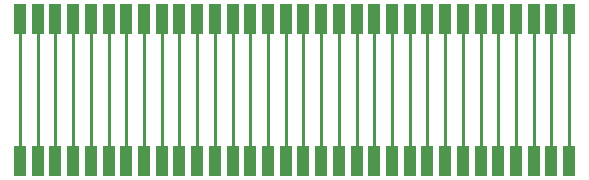
<source format=gbr>
%TF.GenerationSoftware,KiCad,Pcbnew,6.0.7+dfsg-1~bpo11+1*%
%TF.CreationDate,2022-09-04T13:44:51+01:00*%
%TF.ProjectId,gba_flex_ds_lite,6762615f-666c-4657-985f-64735f6c6974,rev?*%
%TF.SameCoordinates,Original*%
%TF.FileFunction,Copper,L1,Top*%
%TF.FilePolarity,Positive*%
%FSLAX46Y46*%
G04 Gerber Fmt 4.6, Leading zero omitted, Abs format (unit mm)*
G04 Created by KiCad (PCBNEW 6.0.7+dfsg-1~bpo11+1) date 2022-09-04 13:44:51*
%MOMM*%
%LPD*%
G01*
G04 APERTURE LIST*
%TA.AperFunction,ComponentPad*%
%ADD10R,1.000000X2.500000*%
%TD*%
%TA.AperFunction,SMDPad,CuDef*%
%ADD11R,1.000000X2.500000*%
%TD*%
%TA.AperFunction,Conductor*%
%ADD12C,0.250000*%
%TD*%
G04 APERTURE END LIST*
D10*
%TO.P,J2,32,Pin_32*%
%TO.N,Net-(J1-Pad32)*%
X154894280Y-89410800D03*
%TO.P,J2,31,Pin_31*%
%TO.N,Net-(J1-Pad31)*%
X153395340Y-89410800D03*
%TO.P,J2,30,Pin_30*%
%TO.N,Net-(J1-Pad30)*%
X151895340Y-89410800D03*
%TO.P,J2,29,Pin_29*%
%TO.N,Net-(J1-Pad29)*%
X150395340Y-89410800D03*
%TO.P,J2,28,Pin_28*%
%TO.N,Net-(J1-Pad28)*%
X148895340Y-89410800D03*
%TO.P,J2,27,Pin_27*%
%TO.N,Net-(J1-Pad27)*%
X147395340Y-89410800D03*
%TO.P,J2,26,Pin_26*%
%TO.N,Net-(J1-Pad26)*%
X145895340Y-89410800D03*
%TO.P,J2,25,Pin_25*%
%TO.N,Net-(J1-Pad25)*%
X144395340Y-89410800D03*
%TO.P,J2,24,Pin_24*%
%TO.N,Net-(J1-Pad24)*%
X142895340Y-89410800D03*
%TO.P,J2,23,Pin_23*%
%TO.N,Net-(J1-Pad23)*%
X141395340Y-89410800D03*
%TO.P,J2,22,Pin_22*%
%TO.N,Net-(J1-Pad22)*%
X139895340Y-89410800D03*
%TO.P,J2,21,Pin_21*%
%TO.N,Net-(J1-Pad21)*%
X138395340Y-89410800D03*
%TO.P,J2,20,Pin_20*%
%TO.N,Net-(J1-Pad20)*%
X136895340Y-89410800D03*
%TO.P,J2,19,Pin_19*%
%TO.N,Net-(J1-Pad19)*%
X135395340Y-89410800D03*
%TO.P,J2,18,Pin_18*%
%TO.N,Net-(J1-Pad18)*%
X133895340Y-89410800D03*
%TO.P,J2,17,Pin_17*%
%TO.N,Net-(J1-Pad17)*%
X132395340Y-89410800D03*
%TO.P,J2,16,Pin_16*%
%TO.N,Net-(J1-Pad16)*%
X130895340Y-89410800D03*
%TO.P,J2,15,Pin_15*%
%TO.N,Net-(J1-Pad15)*%
X129395340Y-89410800D03*
%TO.P,J2,14,Pin_14*%
%TO.N,Net-(J1-Pad14)*%
X127895340Y-89410800D03*
%TO.P,J2,13,Pin_13*%
%TO.N,Net-(J1-Pad13)*%
X126395340Y-89410800D03*
%TO.P,J2,12,Pin_12*%
%TO.N,Net-(J1-Pad12)*%
X124895340Y-89410800D03*
%TO.P,J2,11,Pin_11*%
%TO.N,Net-(J1-Pad11)*%
X123395340Y-89410800D03*
%TO.P,J2,10,Pin_10*%
%TO.N,Net-(J1-Pad10)*%
X121895340Y-89410800D03*
%TO.P,J2,9,Pin_9*%
%TO.N,Net-(J1-Pad9)*%
X120395340Y-89410800D03*
%TO.P,J2,8,Pin_8*%
%TO.N,Net-(J1-Pad8)*%
X118895340Y-89410800D03*
%TO.P,J2,7,Pin_7*%
%TO.N,Net-(J1-Pad7)*%
X117395340Y-89410800D03*
%TO.P,J2,6,Pin_6*%
%TO.N,Net-(J1-Pad6)*%
X115895340Y-89410800D03*
%TO.P,J2,5,Pin_5*%
%TO.N,Net-(J1-Pad5)*%
X114395340Y-89410800D03*
%TO.P,J2,4,Pin_4*%
%TO.N,Net-(J1-Pad4)*%
X112895340Y-89410800D03*
%TO.P,J2,3,Pin_3*%
%TO.N,Net-(J1-Pad3)*%
X111395340Y-89410800D03*
%TO.P,J2,2,Pin_2*%
%TO.N,Net-(J1-Pad2)*%
X109895340Y-89410800D03*
%TO.P,J2,1,Pin_1*%
%TO.N,Net-(J1-Pad1)*%
X108397040Y-89410540D03*
%TD*%
D11*
%TO.P,J1,1,Pin_1*%
%TO.N,Net-(J1-Pad1)*%
X108390460Y-77373220D03*
%TO.P,J1,2,Pin_2*%
%TO.N,Net-(J1-Pad2)*%
X109888760Y-77373480D03*
%TO.P,J1,4,Pin_4*%
%TO.N,Net-(J1-Pad4)*%
X112888760Y-77373480D03*
%TO.P,J1,5,Pin_5*%
%TO.N,Net-(J1-Pad5)*%
X114388760Y-77373480D03*
%TO.P,J1,6,Pin_6*%
%TO.N,Net-(J1-Pad6)*%
X115888760Y-77373480D03*
%TO.P,J1,7,Pin_7*%
%TO.N,Net-(J1-Pad7)*%
X117388760Y-77373480D03*
%TO.P,J1,8,Pin_8*%
%TO.N,Net-(J1-Pad8)*%
X118888760Y-77373480D03*
%TO.P,J1,9,Pin_9*%
%TO.N,Net-(J1-Pad9)*%
X120388760Y-77373480D03*
%TO.P,J1,10,Pin_10*%
%TO.N,Net-(J1-Pad10)*%
X121888760Y-77373480D03*
%TO.P,J1,11,Pin_11*%
%TO.N,Net-(J1-Pad11)*%
X123388760Y-77373480D03*
%TO.P,J1,12,Pin_12*%
%TO.N,Net-(J1-Pad12)*%
X124888760Y-77373480D03*
%TO.P,J1,13,Pin_13*%
%TO.N,Net-(J1-Pad13)*%
X126388760Y-77373480D03*
%TO.P,J1,14,Pin_14*%
%TO.N,Net-(J1-Pad14)*%
X127888760Y-77373480D03*
%TO.P,J1,15,Pin_15*%
%TO.N,Net-(J1-Pad15)*%
X129388760Y-77373480D03*
%TO.P,J1,16,Pin_16*%
%TO.N,Net-(J1-Pad16)*%
X130888760Y-77373480D03*
%TO.P,J1,17,Pin_17*%
%TO.N,Net-(J1-Pad17)*%
X132388760Y-77373480D03*
%TO.P,J1,18,Pin_18*%
%TO.N,Net-(J1-Pad18)*%
X133888760Y-77373480D03*
%TO.P,J1,19,Pin_19*%
%TO.N,Net-(J1-Pad19)*%
X135388760Y-77373480D03*
%TO.P,J1,20,Pin_20*%
%TO.N,Net-(J1-Pad20)*%
X136888760Y-77373480D03*
%TO.P,J1,21,Pin_21*%
%TO.N,Net-(J1-Pad21)*%
X138388760Y-77373480D03*
%TO.P,J1,3,Pin_3*%
%TO.N,Net-(J1-Pad3)*%
X111388760Y-77373480D03*
%TO.P,J1,22,Pin_22*%
%TO.N,Net-(J1-Pad22)*%
X139888760Y-77373480D03*
%TO.P,J1,23,Pin_23*%
%TO.N,Net-(J1-Pad23)*%
X141388760Y-77373480D03*
%TO.P,J1,24,Pin_24*%
%TO.N,Net-(J1-Pad24)*%
X142888760Y-77373480D03*
%TO.P,J1,25,Pin_25*%
%TO.N,Net-(J1-Pad25)*%
X144388760Y-77373480D03*
%TO.P,J1,26,Pin_26*%
%TO.N,Net-(J1-Pad26)*%
X145888760Y-77373480D03*
%TO.P,J1,27,Pin_27*%
%TO.N,Net-(J1-Pad27)*%
X147388760Y-77373480D03*
%TO.P,J1,28,Pin_28*%
%TO.N,Net-(J1-Pad28)*%
X148888760Y-77373480D03*
%TO.P,J1,29,Pin_29*%
%TO.N,Net-(J1-Pad29)*%
X150388760Y-77373480D03*
%TO.P,J1,30,Pin_30*%
%TO.N,Net-(J1-Pad30)*%
X151888760Y-77373480D03*
%TO.P,J1,31,Pin_31*%
%TO.N,Net-(J1-Pad31)*%
X153388760Y-77373480D03*
%TO.P,J1,32,Pin_32*%
%TO.N,Net-(J1-Pad32)*%
X154887700Y-77373480D03*
%TD*%
D12*
%TO.N,Net-(J1-Pad4)*%
X112895340Y-89410800D02*
X112895340Y-77380060D01*
X112895340Y-77380060D02*
X112888760Y-77373480D01*
%TO.N,Net-(J1-Pad7)*%
X117388760Y-77373480D02*
X117388760Y-89404220D01*
X117388760Y-89404220D02*
X117395340Y-89410800D01*
%TO.N,Net-(J1-Pad12)*%
X124888760Y-77373480D02*
X124888760Y-89404220D01*
X124888760Y-89404220D02*
X124895340Y-89410800D01*
%TO.N,Net-(J1-Pad14)*%
X127888760Y-77373480D02*
X127888760Y-89404220D01*
X127888760Y-89404220D02*
X127895340Y-89410800D01*
%TO.N,Net-(J1-Pad20)*%
X136888760Y-77373480D02*
X136888760Y-89404220D01*
X136888760Y-89404220D02*
X136895340Y-89410800D01*
%TO.N,Net-(J1-Pad23)*%
X141395340Y-89410800D02*
X141395340Y-77380060D01*
X141395340Y-77380060D02*
X141388760Y-77373480D01*
%TO.N,Net-(J1-Pad21)*%
X138388760Y-77373480D02*
X138388760Y-89404220D01*
X138388760Y-89404220D02*
X138395340Y-89410800D01*
%TO.N,Net-(J1-Pad24)*%
X142888760Y-77373480D02*
X142888760Y-89404220D01*
X142888760Y-89404220D02*
X142895340Y-89410800D01*
%TO.N,Net-(J1-Pad32)*%
X154887700Y-77373480D02*
X154887700Y-87383432D01*
X154894280Y-87390012D02*
X154894280Y-89410800D01*
X154887700Y-87383432D02*
X154894280Y-87390012D01*
%TO.N,Net-(J1-Pad31)*%
X153388760Y-77373480D02*
X153388760Y-89404220D01*
X153388760Y-89404220D02*
X153395340Y-89410800D01*
%TO.N,Net-(J1-Pad30)*%
X151888760Y-77373480D02*
X151888760Y-89404220D01*
X151888760Y-89404220D02*
X151895340Y-89410800D01*
%TO.N,Net-(J1-Pad28)*%
X148888760Y-77373480D02*
X148888760Y-89404220D01*
X148888760Y-89404220D02*
X148895340Y-89410800D01*
%TO.N,Net-(J1-Pad27)*%
X147388760Y-77373480D02*
X147388760Y-89404220D01*
X147388760Y-89404220D02*
X147395340Y-89410800D01*
%TO.N,Net-(J1-Pad29)*%
X150396420Y-86418120D02*
X150395340Y-86419200D01*
X150395340Y-86419200D02*
X150395340Y-89410800D01*
%TO.N,Net-(J1-Pad26)*%
X145896420Y-86418120D02*
X145895340Y-86419200D01*
X145895340Y-86419200D02*
X145895340Y-89410800D01*
%TO.N,Net-(J1-Pad25)*%
X144388760Y-86410460D02*
X144395340Y-86417040D01*
X144395340Y-86417040D02*
X144395340Y-89410800D01*
%TO.N,Net-(J1-Pad22)*%
X139896420Y-86418120D02*
X139895340Y-86419200D01*
X139895340Y-86419200D02*
X139895340Y-89410800D01*
%TO.N,Net-(J1-Pad19)*%
X135388760Y-86410460D02*
X135395340Y-86417040D01*
X135395340Y-86417040D02*
X135395340Y-89410800D01*
%TO.N,Net-(J1-Pad18)*%
X133896420Y-86418120D02*
X133895340Y-86419200D01*
X133895340Y-86419200D02*
X133895340Y-89410800D01*
%TO.N,Net-(J1-Pad17)*%
X132396420Y-86418120D02*
X132395340Y-86419200D01*
X132395340Y-86419200D02*
X132395340Y-89410800D01*
%TO.N,Net-(J1-Pad16)*%
X130896420Y-86418120D02*
X130895340Y-86419200D01*
X130895340Y-86419200D02*
X130895340Y-89410800D01*
%TO.N,Net-(J1-Pad15)*%
X129396420Y-86418120D02*
X129395340Y-86419200D01*
X129395340Y-86419200D02*
X129395340Y-89410800D01*
%TO.N,Net-(J1-Pad13)*%
X126388760Y-86410460D02*
X126395340Y-86417040D01*
X126395340Y-86417040D02*
X126395340Y-89410800D01*
%TO.N,Net-(J1-Pad11)*%
X123396420Y-86418120D02*
X123395340Y-86419200D01*
X123395340Y-86419200D02*
X123395340Y-89410800D01*
%TO.N,Net-(J1-Pad10)*%
X121896420Y-86418120D02*
X121895340Y-86419200D01*
X121895340Y-86419200D02*
X121895340Y-89410800D01*
%TO.N,Net-(J1-Pad9)*%
X120396420Y-86418120D02*
X120395340Y-86419200D01*
X120395340Y-86419200D02*
X120395340Y-89410800D01*
%TO.N,Net-(J1-Pad8)*%
X118888760Y-86198960D02*
X118888760Y-86410460D01*
X118888760Y-77373480D02*
X118888760Y-86198960D01*
X118888760Y-86198960D02*
X118895340Y-86205540D01*
X118895340Y-86205540D02*
X118895340Y-89410800D01*
%TO.N,Net-(J1-Pad6)*%
X115896420Y-86418120D02*
X115895340Y-86419200D01*
X115895340Y-86419200D02*
X115895340Y-89410800D01*
%TO.N,Net-(J1-Pad5)*%
X114396420Y-86418120D02*
X114395340Y-86419200D01*
X114395340Y-86419200D02*
X114395340Y-89410800D01*
%TO.N,Net-(J1-Pad3)*%
X111388760Y-86410460D02*
X111395340Y-86417040D01*
X111395340Y-86417040D02*
X111395340Y-89410800D01*
%TO.N,Net-(J1-Pad2)*%
X109896420Y-86418120D02*
X109895340Y-86419200D01*
X109895340Y-86419200D02*
X109895340Y-89410800D01*
%TO.N,Net-(J1-Pad1)*%
X108398120Y-86417860D02*
X108397040Y-86418940D01*
X108397040Y-86418940D02*
X108397040Y-89410540D01*
%TO.N,Net-(J1-Pad29)*%
X150388760Y-86410460D02*
X150396420Y-86418120D01*
X150388760Y-77373480D02*
X150388760Y-86410460D01*
%TO.N,Net-(J1-Pad26)*%
X145888760Y-86410460D02*
X145896420Y-86418120D01*
X145888760Y-77373480D02*
X145888760Y-86410460D01*
%TO.N,Net-(J1-Pad25)*%
X144388760Y-86410460D02*
X144396420Y-86418120D01*
X144388760Y-77373480D02*
X144388760Y-86410460D01*
%TO.N,Net-(J1-Pad22)*%
X139888760Y-86410460D02*
X139896420Y-86418120D01*
X139888760Y-77373480D02*
X139888760Y-86410460D01*
%TO.N,Net-(J1-Pad3)*%
X111388760Y-86410460D02*
X111396420Y-86418120D01*
X111388760Y-77373480D02*
X111388760Y-86410460D01*
%TO.N,Net-(J1-Pad19)*%
X135388760Y-86410460D02*
X135396420Y-86418120D01*
X135388760Y-77373480D02*
X135388760Y-86410460D01*
%TO.N,Net-(J1-Pad18)*%
X133896420Y-78881140D02*
X133896420Y-86418120D01*
X133888760Y-78873480D02*
X133896420Y-78881140D01*
X133888760Y-77373480D02*
X133888760Y-78873480D01*
%TO.N,Net-(J1-Pad17)*%
X132388760Y-86410460D02*
X132396420Y-86418120D01*
X132388760Y-77373480D02*
X132388760Y-86410460D01*
%TO.N,Net-(J1-Pad16)*%
X130888760Y-86410460D02*
X130896420Y-86418120D01*
X130888760Y-77373480D02*
X130888760Y-86410460D01*
%TO.N,Net-(J1-Pad15)*%
X129396420Y-84103120D02*
X129396420Y-86418120D01*
X129388760Y-84095460D02*
X129396420Y-84103120D01*
X129388760Y-77373480D02*
X129388760Y-84095460D01*
%TO.N,Net-(J1-Pad13)*%
X126388760Y-86410460D02*
X126396420Y-86418120D01*
X126388760Y-77373480D02*
X126388760Y-86410460D01*
%TO.N,Net-(J1-Pad11)*%
X123388760Y-86410460D02*
X123396420Y-86418120D01*
X123388760Y-77373480D02*
X123388760Y-86410460D01*
%TO.N,Net-(J1-Pad10)*%
X121888760Y-86410460D02*
X121896420Y-86418120D01*
X121888760Y-77373480D02*
X121888760Y-86410460D01*
%TO.N,Net-(J1-Pad9)*%
X120388760Y-86410460D02*
X120396420Y-86418120D01*
X120388760Y-77373480D02*
X120388760Y-86410460D01*
%TO.N,Net-(J1-Pad8)*%
X118888760Y-86410460D02*
X118896420Y-86418120D01*
%TO.N,Net-(J1-Pad6)*%
X115888760Y-86410460D02*
X115896420Y-86418120D01*
X115888760Y-77373480D02*
X115888760Y-86410460D01*
%TO.N,Net-(J1-Pad5)*%
X114388760Y-86410460D02*
X114396420Y-86418120D01*
X114388760Y-77373480D02*
X114388760Y-86410460D01*
%TO.N,Net-(J1-Pad2)*%
X109888760Y-86410460D02*
X109896420Y-86418120D01*
X109888760Y-77373480D02*
X109888760Y-86410460D01*
%TO.N,Net-(J1-Pad1)*%
X108398120Y-78880880D02*
X108398120Y-86417860D01*
X108390460Y-78873220D02*
X108398120Y-78880880D01*
X108390460Y-77373220D02*
X108390460Y-78873220D01*
%TD*%
M02*

</source>
